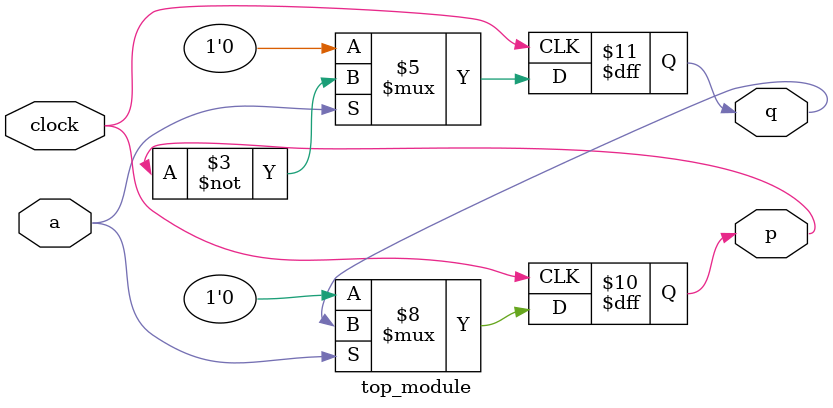
<source format=sv>
module top_module (
    input clock,
    input a, 
    output reg p,
    output reg q
);

always @(posedge clock) begin
    if (a == 0) begin
        p <= 0;
        q <= 0;
    end
    else begin
        p <= q;
        q <= ~p;
    end
end

endmodule

</source>
